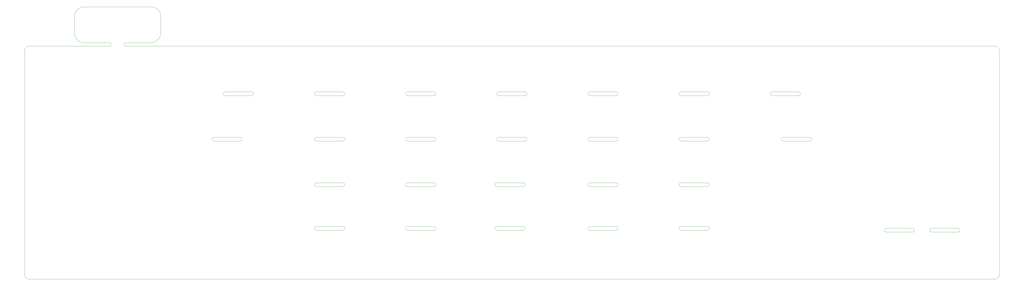
<source format=gbr>
G04 #@! TF.GenerationSoftware,KiCad,Pcbnew,(5.1.9)-1*
G04 #@! TF.CreationDate,2021-04-13T22:09:09-06:00*
G04 #@! TF.ProjectId,64,36342e6b-6963-4616-945f-706362585858,rev?*
G04 #@! TF.SameCoordinates,Original*
G04 #@! TF.FileFunction,Profile,NP*
%FSLAX46Y46*%
G04 Gerber Fmt 4.6, Leading zero omitted, Abs format (unit mm)*
G04 Created by KiCad (PCBNEW (5.1.9)-1) date 2021-04-13 22:09:09*
%MOMM*%
%LPD*%
G01*
G04 APERTURE LIST*
G04 #@! TA.AperFunction,Profile*
%ADD10C,0.050000*%
G04 #@! TD*
G04 APERTURE END LIST*
D10*
X369887500Y-241300000D02*
G75*
G02*
X370681250Y-242093750I0J-793750D01*
G01*
X358775000Y-242887500D02*
G75*
G02*
X357981250Y-242093750I0J793750D01*
G01*
X358775000Y-241300000D02*
X369887500Y-241300000D01*
X369887500Y-242887500D02*
X358775000Y-242887500D01*
X370681250Y-242093750D02*
G75*
G02*
X369887500Y-242887500I-793750J0D01*
G01*
X357981250Y-242093750D02*
G75*
G02*
X358775000Y-241300000I793750J0D01*
G01*
X217487500Y-241300000D02*
G75*
G02*
X218281250Y-242093750I0J-793750D01*
G01*
X206375000Y-242887500D02*
G75*
G02*
X205581250Y-242093750I0J793750D01*
G01*
X206375000Y-241300000D02*
X217487500Y-241300000D01*
X217487500Y-242887500D02*
X206375000Y-242887500D01*
X218281250Y-242093750D02*
G75*
G02*
X217487500Y-242887500I-793750J0D01*
G01*
X205581250Y-242093750D02*
G75*
G02*
X206375000Y-241300000I793750J0D01*
G01*
X320675000Y-242887500D02*
G75*
G02*
X319881250Y-242093750I0J793750D01*
G01*
X320675000Y-241300000D02*
X331787500Y-241300000D01*
X331787500Y-242887500D02*
X320675000Y-242887500D01*
X332581250Y-242093750D02*
G75*
G02*
X331787500Y-242887500I-793750J0D01*
G01*
X331787500Y-241300000D02*
G75*
G02*
X332581250Y-242093750I0J-793750D01*
G01*
X319881250Y-242093750D02*
G75*
G02*
X320675000Y-241300000I793750J0D01*
G01*
X281781250Y-242887500D02*
G75*
G02*
X280987500Y-242093750I0J793750D01*
G01*
X293687500Y-242093750D02*
G75*
G02*
X292893750Y-242887500I-793750J0D01*
G01*
X292893750Y-242887500D02*
X281781250Y-242887500D01*
X292893750Y-241300000D02*
G75*
G02*
X293687500Y-242093750I0J-793750D01*
G01*
X281781250Y-241300000D02*
X292893750Y-241300000D01*
X280987500Y-242093750D02*
G75*
G02*
X281781250Y-241300000I793750J0D01*
G01*
X244475000Y-242887500D02*
G75*
G02*
X243681250Y-242093750I0J793750D01*
G01*
X256381250Y-242093750D02*
G75*
G02*
X255587500Y-242887500I-793750J0D01*
G01*
X255587500Y-242887500D02*
X244475000Y-242887500D01*
X255587500Y-241300000D02*
G75*
G02*
X256381250Y-242093750I0J-793750D01*
G01*
X244475000Y-241300000D02*
X255587500Y-241300000D01*
X243681250Y-242093750D02*
G75*
G02*
X244475000Y-241300000I793750J0D01*
G01*
X163512500Y-205581250D02*
G75*
G02*
X162718750Y-204787500I0J793750D01*
G01*
X175418750Y-204787500D02*
G75*
G02*
X174625000Y-205581250I-793750J0D01*
G01*
X174625000Y-205581250D02*
X163512500Y-205581250D01*
X174625000Y-203993750D02*
G75*
G02*
X175418750Y-204787500I0J-793750D01*
G01*
X163512500Y-203993750D02*
X174625000Y-203993750D01*
X162718750Y-204787500D02*
G75*
G02*
X163512500Y-203993750I793750J0D01*
G01*
X168275000Y-186531250D02*
G75*
G02*
X167481250Y-185737500I0J793750D01*
G01*
X180181250Y-185737500D02*
G75*
G02*
X179387500Y-186531250I-793750J0D01*
G01*
X179387500Y-186531250D02*
X168275000Y-186531250D01*
X179387500Y-184943750D02*
G75*
G02*
X180181250Y-185737500I0J-793750D01*
G01*
X168275000Y-184943750D02*
X179387500Y-184943750D01*
X167481250Y-185737500D02*
G75*
G02*
X168275000Y-184943750I793750J0D01*
G01*
X401637500Y-205581250D02*
G75*
G02*
X400843750Y-204787500I0J793750D01*
G01*
X413543750Y-204787500D02*
G75*
G02*
X412750000Y-205581250I-793750J0D01*
G01*
X412750000Y-205581250D02*
X401637500Y-205581250D01*
X412750000Y-203993750D02*
G75*
G02*
X413543750Y-204787500I0J-793750D01*
G01*
X401637500Y-203993750D02*
X412750000Y-203993750D01*
X400843750Y-204787500D02*
G75*
G02*
X401637500Y-203993750I793750J0D01*
G01*
X396875000Y-186531250D02*
G75*
G02*
X396081250Y-185737500I0J793750D01*
G01*
X408781250Y-185737500D02*
G75*
G02*
X407987500Y-186531250I-793750J0D01*
G01*
X407987500Y-186531250D02*
X396875000Y-186531250D01*
X407987500Y-184943750D02*
G75*
G02*
X408781250Y-185737500I0J-793750D01*
G01*
X396875000Y-184943750D02*
X407987500Y-184943750D01*
X396081250Y-185737500D02*
G75*
G02*
X396875000Y-184943750I793750J0D01*
G01*
X444500000Y-243681250D02*
G75*
G02*
X443706250Y-242887500I0J793750D01*
G01*
X443706250Y-242887500D02*
G75*
G02*
X444500000Y-242093750I793750J0D01*
G01*
X455612500Y-243681250D02*
X444500000Y-243681250D01*
X455612500Y-242093750D02*
G75*
G02*
X456406250Y-242887500I0J-793750D01*
G01*
X444500000Y-242093750D02*
X455612500Y-242093750D01*
X456406250Y-242887500D02*
G75*
G02*
X455612500Y-243681250I-793750J0D01*
G01*
X463550000Y-243681250D02*
G75*
G02*
X462756250Y-242887500I0J793750D01*
G01*
X462756250Y-242887500D02*
G75*
G02*
X463550000Y-242093750I793750J0D01*
G01*
X474662500Y-243681250D02*
X463550000Y-243681250D01*
X474662500Y-242093750D02*
G75*
G02*
X475456250Y-242887500I0J-793750D01*
G01*
X463550000Y-242093750D02*
X474662500Y-242093750D01*
X475456250Y-242887500D02*
G75*
G02*
X474662500Y-243681250I-793750J0D01*
G01*
X141300000Y-160350000D02*
G75*
G02*
X137300000Y-164350000I-4000000J0D01*
G01*
X137300000Y-149350000D02*
G75*
G02*
X141300000Y-153350000I0J-4000000D01*
G01*
X105300000Y-153350000D02*
G75*
G02*
X109300000Y-149350000I4000000J0D01*
G01*
X109300000Y-164350000D02*
G75*
G02*
X105300000Y-160350000I0J4000000D01*
G01*
X119910000Y-164350000D02*
X109300000Y-164350000D01*
X126710000Y-164350000D02*
X137300000Y-164350000D01*
X94000000Y-165750000D02*
X119910000Y-165750000D01*
X119910000Y-164350000D02*
G75*
G02*
X119910000Y-165750000I0J-700000D01*
G01*
X126710000Y-165750000D02*
G75*
G02*
X126710000Y-164350000I0J700000D01*
G01*
X105300000Y-160350000D02*
X105300000Y-153350000D01*
X141300000Y-153350000D02*
X141300000Y-160350000D01*
X109300000Y-149350000D02*
X137300000Y-149350000D01*
X94000000Y-165750000D02*
X86400000Y-165750000D01*
X126710000Y-165750000D02*
X307000000Y-165750000D01*
X314600000Y-165750000D02*
X307000000Y-165750000D01*
X402300000Y-165750000D02*
X394700000Y-165750000D01*
X490000000Y-165750000D02*
X482400000Y-165750000D01*
X370681250Y-223837500D02*
G75*
G02*
X369887500Y-224631250I-793750J0D01*
G01*
X369887500Y-223043750D02*
G75*
G02*
X370681250Y-223837500I0J-793750D01*
G01*
X358775000Y-223043750D02*
X369887500Y-223043750D01*
X358775000Y-224631250D02*
G75*
G02*
X357981250Y-223837500I0J793750D01*
G01*
X369887500Y-224631250D02*
X358775000Y-224631250D01*
X357981250Y-223837500D02*
G75*
G02*
X358775000Y-223043750I793750J0D01*
G01*
X369887500Y-203993750D02*
G75*
G02*
X370681250Y-204787500I0J-793750D01*
G01*
X370681250Y-204787500D02*
G75*
G02*
X369887500Y-205581250I-793750J0D01*
G01*
X357981250Y-204787500D02*
G75*
G02*
X358775000Y-203993750I793750J0D01*
G01*
X358775000Y-205581250D02*
G75*
G02*
X357981250Y-204787500I0J793750D01*
G01*
X369887500Y-205581250D02*
X358775000Y-205581250D01*
X358775000Y-203993750D02*
X369887500Y-203993750D01*
X369887500Y-184943750D02*
G75*
G02*
X370681250Y-185737500I0J-793750D01*
G01*
X370681250Y-185737500D02*
G75*
G02*
X369887500Y-186531250I-793750J0D01*
G01*
X357981250Y-185737500D02*
G75*
G02*
X358775000Y-184943750I793750J0D01*
G01*
X358775000Y-186531250D02*
G75*
G02*
X357981250Y-185737500I0J793750D01*
G01*
X369887500Y-186531250D02*
X358775000Y-186531250D01*
X358775000Y-184943750D02*
X369887500Y-184943750D01*
X331787500Y-223043750D02*
G75*
G02*
X332581250Y-223837500I0J-793750D01*
G01*
X332581250Y-223837500D02*
G75*
G02*
X331787500Y-224631250I-793750J0D01*
G01*
X319881250Y-223837500D02*
G75*
G02*
X320675000Y-223043750I793750J0D01*
G01*
X320675000Y-224631250D02*
G75*
G02*
X319881250Y-223837500I0J793750D01*
G01*
X331787500Y-224631250D02*
X320675000Y-224631250D01*
X320675000Y-223043750D02*
X331787500Y-223043750D01*
X331787500Y-203993750D02*
G75*
G02*
X332581250Y-204787500I0J-793750D01*
G01*
X332581250Y-204787500D02*
G75*
G02*
X331787500Y-205581250I-793750J0D01*
G01*
X319881250Y-204787500D02*
G75*
G02*
X320675000Y-203993750I793750J0D01*
G01*
X320675000Y-205581250D02*
G75*
G02*
X319881250Y-204787500I0J793750D01*
G01*
X331787500Y-205581250D02*
X320675000Y-205581250D01*
X320675000Y-203993750D02*
X331787500Y-203993750D01*
X331787500Y-184943750D02*
G75*
G02*
X332581250Y-185737500I0J-793750D01*
G01*
X332581250Y-185737500D02*
G75*
G02*
X331787500Y-186531250I-793750J0D01*
G01*
X319881250Y-185737500D02*
G75*
G02*
X320675000Y-184943750I793750J0D01*
G01*
X320675000Y-186531250D02*
G75*
G02*
X319881250Y-185737500I0J793750D01*
G01*
X331787500Y-186531250D02*
X320675000Y-186531250D01*
X320675000Y-184943750D02*
X331787500Y-184943750D01*
X292893750Y-223043750D02*
G75*
G02*
X293687500Y-223837500I0J-793750D01*
G01*
X293687500Y-223837500D02*
G75*
G02*
X292893750Y-224631250I-793750J0D01*
G01*
X280987500Y-223837500D02*
G75*
G02*
X281781250Y-223043750I793750J0D01*
G01*
X281781250Y-224631250D02*
G75*
G02*
X280987500Y-223837500I0J793750D01*
G01*
X292893750Y-224631250D02*
X281781250Y-224631250D01*
X281781250Y-223043750D02*
X292893750Y-223043750D01*
X293687500Y-203993750D02*
G75*
G02*
X294481250Y-204787500I0J-793750D01*
G01*
X294481250Y-204787500D02*
G75*
G02*
X293687500Y-205581250I-793750J0D01*
G01*
X281781250Y-204787500D02*
G75*
G02*
X282575000Y-203993750I793750J0D01*
G01*
X282575000Y-205581250D02*
G75*
G02*
X281781250Y-204787500I0J793750D01*
G01*
X293687500Y-205581250D02*
X282575000Y-205581250D01*
X282575000Y-203993750D02*
X293687500Y-203993750D01*
X293687500Y-184943750D02*
G75*
G02*
X294481250Y-185737500I0J-793750D01*
G01*
X294481250Y-185737500D02*
G75*
G02*
X293687500Y-186531250I-793750J0D01*
G01*
X281781250Y-185737500D02*
G75*
G02*
X282575000Y-184943750I793750J0D01*
G01*
X282575000Y-186531250D02*
G75*
G02*
X281781250Y-185737500I0J793750D01*
G01*
X293687500Y-186531250D02*
X282575000Y-186531250D01*
X282575000Y-184943750D02*
X293687500Y-184943750D01*
X255587500Y-223043750D02*
G75*
G02*
X256381250Y-223837500I0J-793750D01*
G01*
X256381250Y-223837500D02*
G75*
G02*
X255587500Y-224631250I-793750J0D01*
G01*
X243681250Y-223837500D02*
G75*
G02*
X244475000Y-223043750I793750J0D01*
G01*
X244475000Y-224631250D02*
G75*
G02*
X243681250Y-223837500I0J793750D01*
G01*
X255587500Y-224631250D02*
X244475000Y-224631250D01*
X244475000Y-223043750D02*
X255587500Y-223043750D01*
X255587500Y-203993750D02*
G75*
G02*
X256381250Y-204787500I0J-793750D01*
G01*
X256381250Y-204787500D02*
G75*
G02*
X255587500Y-205581250I-793750J0D01*
G01*
X243681250Y-204787500D02*
G75*
G02*
X244475000Y-203993750I793750J0D01*
G01*
X244475000Y-205581250D02*
G75*
G02*
X243681250Y-204787500I0J793750D01*
G01*
X255587500Y-205581250D02*
X244475000Y-205581250D01*
X244475000Y-203993750D02*
X255587500Y-203993750D01*
X255587500Y-184943750D02*
G75*
G02*
X256381250Y-185737500I0J-793750D01*
G01*
X256381250Y-185737500D02*
G75*
G02*
X255587500Y-186531250I-793750J0D01*
G01*
X243681250Y-185737500D02*
G75*
G02*
X244475000Y-184943750I793750J0D01*
G01*
X244475000Y-186531250D02*
G75*
G02*
X243681250Y-185737500I0J793750D01*
G01*
X255587500Y-186531250D02*
X244475000Y-186531250D01*
X244475000Y-184943750D02*
X255587500Y-184943750D01*
X217487500Y-223043750D02*
G75*
G02*
X218281250Y-223837500I0J-793750D01*
G01*
X218281250Y-223837500D02*
G75*
G02*
X217487500Y-224631250I-793750J0D01*
G01*
X205581250Y-223837500D02*
G75*
G02*
X206375000Y-223043750I793750J0D01*
G01*
X206375000Y-224631250D02*
G75*
G02*
X205581250Y-223837500I0J793750D01*
G01*
X217487500Y-224631250D02*
X206375000Y-224631250D01*
X206375000Y-223043750D02*
X217487500Y-223043750D01*
X217487500Y-184943750D02*
G75*
G02*
X218281250Y-185737500I0J-793750D01*
G01*
X218281250Y-185737500D02*
G75*
G02*
X217487500Y-186531250I-793750J0D01*
G01*
X205581250Y-185737500D02*
G75*
G02*
X206375000Y-184943750I793750J0D01*
G01*
X206375000Y-186531250D02*
G75*
G02*
X205581250Y-185737500I0J793750D01*
G01*
X217487500Y-186531250D02*
X206375000Y-186531250D01*
X206375000Y-184943750D02*
X217487500Y-184943750D01*
X217487500Y-203993750D02*
G75*
G02*
X218281250Y-204787500I0J-793750D01*
G01*
X218281250Y-204787500D02*
G75*
G02*
X217487500Y-205581250I-793750J0D01*
G01*
X205581250Y-204787500D02*
G75*
G02*
X206375000Y-203993750I793750J0D01*
G01*
X206375000Y-205581250D02*
G75*
G02*
X205581250Y-204787500I0J793750D01*
G01*
X217487500Y-205581250D02*
X206375000Y-205581250D01*
X206375000Y-203993750D02*
X217487500Y-203993750D01*
X492000000Y-261400000D02*
G75*
G02*
X490000000Y-263400000I-2000000J0D01*
G01*
X490000000Y-165750000D02*
G75*
G02*
X492000000Y-167750000I0J-2000000D01*
G01*
X84400000Y-167750000D02*
G75*
G02*
X86400000Y-165750000I2000000J0D01*
G01*
X86350000Y-263400000D02*
G75*
G02*
X84350000Y-261400000I0J2000000D01*
G01*
X394700000Y-165750000D02*
X314600000Y-165750000D01*
X482400000Y-165750000D02*
X402300000Y-165750000D01*
X492000000Y-261400000D02*
X492000000Y-167750000D01*
X490000000Y-263400000D02*
X86350000Y-263400000D01*
X84350000Y-261400000D02*
X84400000Y-167750000D01*
M02*

</source>
